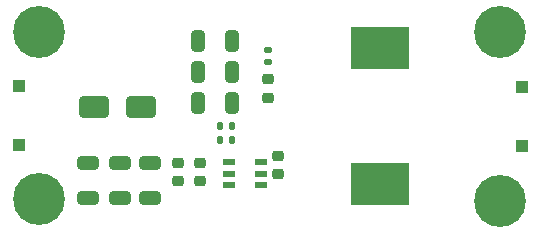
<source format=gbr>
%TF.GenerationSoftware,KiCad,Pcbnew,8.0.8*%
%TF.CreationDate,2025-06-16T12:41:12-07:00*%
%TF.ProjectId,lmr51635,6c6d7235-3136-4333-952e-6b696361645f,rev?*%
%TF.SameCoordinates,Original*%
%TF.FileFunction,Soldermask,Top*%
%TF.FilePolarity,Negative*%
%FSLAX46Y46*%
G04 Gerber Fmt 4.6, Leading zero omitted, Abs format (unit mm)*
G04 Created by KiCad (PCBNEW 8.0.8) date 2025-06-16 12:41:12*
%MOMM*%
%LPD*%
G01*
G04 APERTURE LIST*
G04 Aperture macros list*
%AMRoundRect*
0 Rectangle with rounded corners*
0 $1 Rounding radius*
0 $2 $3 $4 $5 $6 $7 $8 $9 X,Y pos of 4 corners*
0 Add a 4 corners polygon primitive as box body*
4,1,4,$2,$3,$4,$5,$6,$7,$8,$9,$2,$3,0*
0 Add four circle primitives for the rounded corners*
1,1,$1+$1,$2,$3*
1,1,$1+$1,$4,$5*
1,1,$1+$1,$6,$7*
1,1,$1+$1,$8,$9*
0 Add four rect primitives between the rounded corners*
20,1,$1+$1,$2,$3,$4,$5,0*
20,1,$1+$1,$4,$5,$6,$7,0*
20,1,$1+$1,$6,$7,$8,$9,0*
20,1,$1+$1,$8,$9,$2,$3,0*%
G04 Aperture macros list end*
%ADD10R,1.000000X1.000000*%
%ADD11RoundRect,0.135000X-0.135000X-0.185000X0.135000X-0.185000X0.135000X0.185000X-0.135000X0.185000X0*%
%ADD12RoundRect,0.250000X-0.650000X0.325000X-0.650000X-0.325000X0.650000X-0.325000X0.650000X0.325000X0*%
%ADD13RoundRect,0.225000X-0.250000X0.225000X-0.250000X-0.225000X0.250000X-0.225000X0.250000X0.225000X0*%
%ADD14R,1.100000X0.599999*%
%ADD15RoundRect,0.250000X0.325000X0.650000X-0.325000X0.650000X-0.325000X-0.650000X0.325000X-0.650000X0*%
%ADD16RoundRect,0.250000X1.000000X0.650000X-1.000000X0.650000X-1.000000X-0.650000X1.000000X-0.650000X0*%
%ADD17C,0.700000*%
%ADD18C,4.400000*%
%ADD19RoundRect,0.218750X0.256250X-0.218750X0.256250X0.218750X-0.256250X0.218750X-0.256250X-0.218750X0*%
%ADD20R,4.900000X3.550000*%
%ADD21RoundRect,0.135000X-0.185000X0.135000X-0.185000X-0.135000X0.185000X-0.135000X0.185000X0.135000X0*%
%ADD22RoundRect,0.135000X0.135000X0.185000X-0.135000X0.185000X-0.135000X-0.185000X0.135000X-0.185000X0*%
G04 APERTURE END LIST*
D10*
%TO.C,*%
X144880000Y-116490000D03*
%TD*%
D11*
%TO.C,R2*%
X119270000Y-116000000D03*
X120290000Y-116000000D03*
%TD*%
D12*
%TO.C,C5*%
X108150000Y-117925000D03*
X108150000Y-120875000D03*
%TD*%
D10*
%TO.C,*%
X102260000Y-116410000D03*
%TD*%
D13*
%TO.C,C9*%
X124200000Y-117275000D03*
X124200000Y-118825000D03*
%TD*%
D14*
%TO.C,U2*%
X120050013Y-117849999D03*
X120050013Y-118800000D03*
X120050013Y-119750001D03*
X122749997Y-119750001D03*
X122749997Y-118800000D03*
X122749997Y-117849999D03*
%TD*%
D15*
%TO.C,C6*%
X120350000Y-112800000D03*
X117400000Y-112800000D03*
%TD*%
D16*
%TO.C,D1*%
X112600000Y-113200000D03*
X108600000Y-113200000D03*
%TD*%
D12*
%TO.C,C4*%
X110800000Y-117925000D03*
X110800000Y-120875000D03*
%TD*%
D17*
%TO.C,H2*%
X102350000Y-121000000D03*
X102833274Y-119833274D03*
X102833274Y-122166726D03*
X104000000Y-119350000D03*
D18*
X104000000Y-121000000D03*
D17*
X104000000Y-122650000D03*
X105166726Y-119833274D03*
X105166726Y-122166726D03*
X105650000Y-121000000D03*
%TD*%
D19*
%TO.C,D2*%
X123400000Y-112375000D03*
X123400000Y-110800000D03*
%TD*%
D15*
%TO.C,C8*%
X120350000Y-107600000D03*
X117400000Y-107600000D03*
%TD*%
D10*
%TO.C,*%
X102280000Y-111360000D03*
%TD*%
D15*
%TO.C,C7*%
X120350000Y-110200000D03*
X117400000Y-110200000D03*
%TD*%
D13*
%TO.C,C1*%
X115750000Y-117925000D03*
X115750000Y-119475000D03*
%TD*%
D17*
%TO.C,H1*%
X102350000Y-106850000D03*
X102833274Y-105683274D03*
X102833274Y-108016726D03*
X104000000Y-105200000D03*
D18*
X104000000Y-106850000D03*
D17*
X104000000Y-108500000D03*
X105166726Y-105683274D03*
X105166726Y-108016726D03*
X105650000Y-106850000D03*
%TD*%
D20*
%TO.C,L1*%
X132800000Y-119700000D03*
X132800000Y-108200000D03*
%TD*%
D13*
%TO.C,C2*%
X117575000Y-117900000D03*
X117575000Y-119450000D03*
%TD*%
D21*
%TO.C,R3*%
X123400000Y-108380000D03*
X123400000Y-109400000D03*
%TD*%
D10*
%TO.C,*%
X144900000Y-111480000D03*
%TD*%
D12*
%TO.C,C3*%
X113350000Y-117925000D03*
X113350000Y-120875000D03*
%TD*%
D17*
%TO.C,H4*%
X141350000Y-106800000D03*
X141833274Y-105633274D03*
X141833274Y-107966726D03*
X143000000Y-105150000D03*
D18*
X143000000Y-106800000D03*
D17*
X143000000Y-108450000D03*
X144166726Y-105633274D03*
X144166726Y-107966726D03*
X144650000Y-106800000D03*
%TD*%
D22*
%TO.C,R1*%
X120310000Y-114800000D03*
X119290000Y-114800000D03*
%TD*%
D17*
%TO.C,H3*%
X141383274Y-121166726D03*
X141866548Y-120000000D03*
X141866548Y-122333452D03*
X143033274Y-119516726D03*
D18*
X143033274Y-121166726D03*
D17*
X143033274Y-122816726D03*
X144200000Y-120000000D03*
X144200000Y-122333452D03*
X144683274Y-121166726D03*
%TD*%
M02*

</source>
